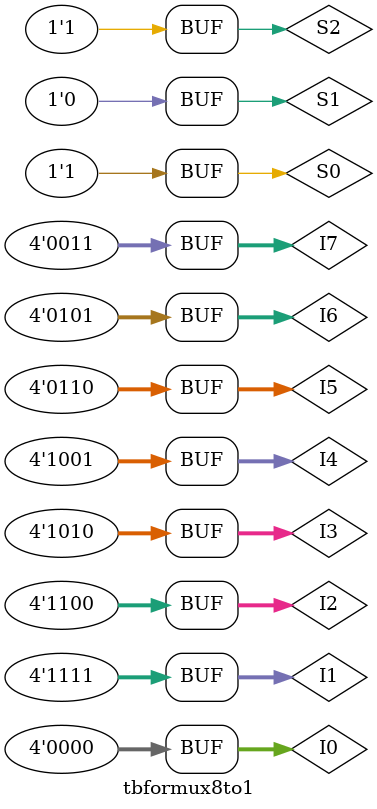
<source format=v>
`timescale 1ns / 1ps

module tbformux8to1();

    reg [3:0] I0, I1, I2, I3, I4, I5, I6, I7;
    reg S0, S1, S2;
    wire [3:0] Y;

mux8to1 tb (
        .I0(I0),
        .I1(I1),
        .I2(I2),
        .I3(I3),
        .I4(I4),
        .I5(I5),
        .I6(I6),
        .I7(I7),
        .S0(S0),
        .S1(S1),
        .S2(S2),
        .Y(Y)
);

initial begin
S0 = 1'b1;
S1 = 1'b0;
S2 = 1'b1;
                    
I0 = 4'b0000;
I1 = 4'b1111;
I2 = 4'b1100;
I3 = 4'b1010;
I4 = 4'b1001;
I5 = 4'b0110;
I6 = 4'b0101;
I7 = 4'b0011;

end
endmodule

</source>
